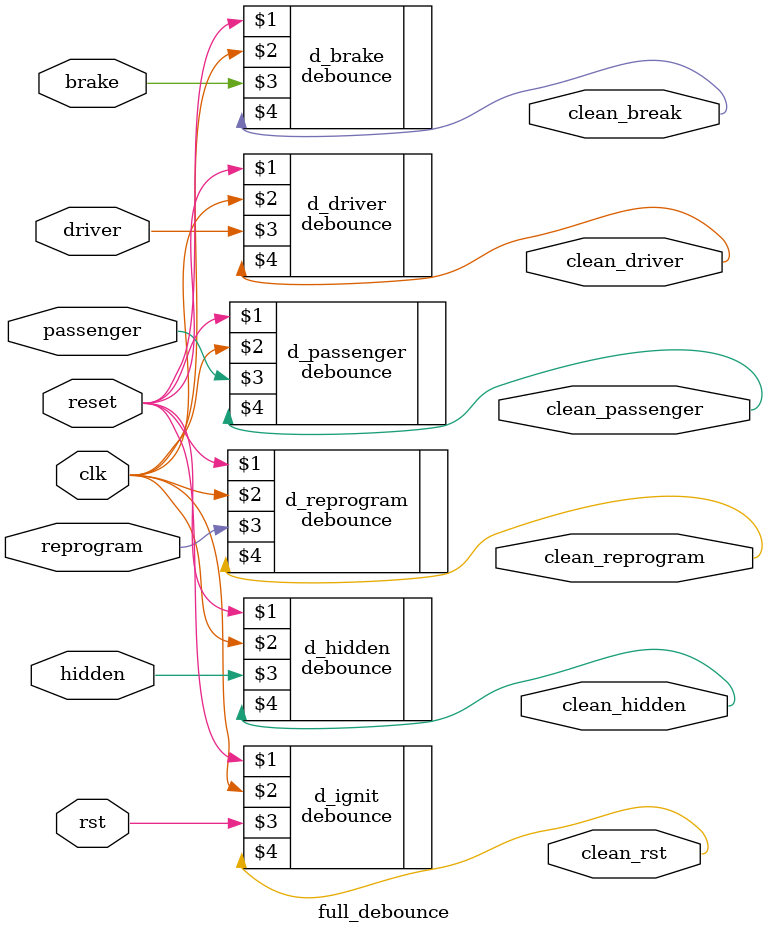
<source format=v>
module full_debounce (input reset, input clk, input brake, output clean_break, 
                      input hidden, output clean_hidden, input rst, output clean_rst,
                      input driver, output clean_driver, input passenger, output clean_passenger, input reprogram, output clean_reprogram);
                     
    
    debounce d_brake (reset, clk, brake, clean_break);
    debounce d_hidden (reset, clk, hidden, clean_hidden);
    debounce d_ignit (reset, clk, rst, clean_rst);
    debounce d_driver (reset, clk, driver, clean_driver);
    debounce d_passenger (reset, clk, passenger, clean_passenger);
    debounce d_reprogram (reset, clk, reprogram, clean_reprogram);
                                      
                      
endmodule


</source>
